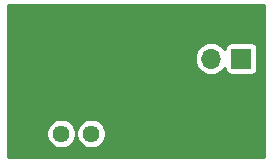
<source format=gbr>
G04 #@! TF.GenerationSoftware,KiCad,Pcbnew,(5.1.2)-1*
G04 #@! TF.CreationDate,2019-05-18T15:55:27-07:00*
G04 #@! TF.ProjectId,LM335ADT,4c4d3333-3541-4445-942e-6b696361645f,rev?*
G04 #@! TF.SameCoordinates,Original*
G04 #@! TF.FileFunction,Copper,L2,Bot*
G04 #@! TF.FilePolarity,Positive*
%FSLAX46Y46*%
G04 Gerber Fmt 4.6, Leading zero omitted, Abs format (unit mm)*
G04 Created by KiCad (PCBNEW (5.1.2)-1) date 2019-05-18 15:55:27*
%MOMM*%
%LPD*%
G04 APERTURE LIST*
%ADD10C,1.440000*%
%ADD11O,1.700000X1.700000*%
%ADD12R,1.700000X1.700000*%
%ADD13C,1.750000*%
%ADD14C,0.254000*%
G04 APERTURE END LIST*
D10*
X236220000Y-158750000D03*
X238760000Y-158750000D03*
X241300000Y-158750000D03*
D11*
X248920000Y-152400000D03*
X251460000Y-152400000D03*
D12*
X254000000Y-152400000D03*
D13*
X236220000Y-155194000D03*
X248920000Y-149860000D03*
D14*
G36*
X255956601Y-160706600D02*
G01*
X234263400Y-160706600D01*
X234263400Y-158626551D01*
X237506600Y-158626551D01*
X237506600Y-158873449D01*
X237554767Y-159115603D01*
X237649251Y-159343708D01*
X237786420Y-159548996D01*
X237961004Y-159723580D01*
X238166292Y-159860749D01*
X238394397Y-159955233D01*
X238636551Y-160003400D01*
X238883449Y-160003400D01*
X239125603Y-159955233D01*
X239353708Y-159860749D01*
X239558996Y-159723580D01*
X239733580Y-159548996D01*
X239870749Y-159343708D01*
X239965233Y-159115603D01*
X240013400Y-158873449D01*
X240013400Y-158626551D01*
X240046600Y-158626551D01*
X240046600Y-158873449D01*
X240094767Y-159115603D01*
X240189251Y-159343708D01*
X240326420Y-159548996D01*
X240501004Y-159723580D01*
X240706292Y-159860749D01*
X240934397Y-159955233D01*
X241176551Y-160003400D01*
X241423449Y-160003400D01*
X241665603Y-159955233D01*
X241893708Y-159860749D01*
X242098996Y-159723580D01*
X242273580Y-159548996D01*
X242410749Y-159343708D01*
X242505233Y-159115603D01*
X242553400Y-158873449D01*
X242553400Y-158626551D01*
X242505233Y-158384397D01*
X242410749Y-158156292D01*
X242273580Y-157951004D01*
X242098996Y-157776420D01*
X241893708Y-157639251D01*
X241665603Y-157544767D01*
X241423449Y-157496600D01*
X241176551Y-157496600D01*
X240934397Y-157544767D01*
X240706292Y-157639251D01*
X240501004Y-157776420D01*
X240326420Y-157951004D01*
X240189251Y-158156292D01*
X240094767Y-158384397D01*
X240046600Y-158626551D01*
X240013400Y-158626551D01*
X239965233Y-158384397D01*
X239870749Y-158156292D01*
X239733580Y-157951004D01*
X239558996Y-157776420D01*
X239353708Y-157639251D01*
X239125603Y-157544767D01*
X238883449Y-157496600D01*
X238636551Y-157496600D01*
X238394397Y-157544767D01*
X238166292Y-157639251D01*
X237961004Y-157776420D01*
X237786420Y-157951004D01*
X237649251Y-158156292D01*
X237554767Y-158384397D01*
X237506600Y-158626551D01*
X234263400Y-158626551D01*
X234263400Y-152400000D01*
X250069907Y-152400000D01*
X250096617Y-152671194D01*
X250175722Y-152931966D01*
X250304180Y-153172294D01*
X250477056Y-153382944D01*
X250687706Y-153555820D01*
X250928034Y-153684278D01*
X251188806Y-153763383D01*
X251392044Y-153783400D01*
X251527956Y-153783400D01*
X251731194Y-153763383D01*
X251991966Y-153684278D01*
X252232294Y-153555820D01*
X252442944Y-153382944D01*
X252614020Y-153174487D01*
X252614020Y-153250000D01*
X252624319Y-153354565D01*
X252654819Y-153455111D01*
X252704349Y-153547775D01*
X252771005Y-153628995D01*
X252852225Y-153695651D01*
X252944889Y-153745181D01*
X253045435Y-153775681D01*
X253150000Y-153785980D01*
X254850000Y-153785980D01*
X254954565Y-153775681D01*
X255055111Y-153745181D01*
X255147775Y-153695651D01*
X255228995Y-153628995D01*
X255295651Y-153547775D01*
X255345181Y-153455111D01*
X255375681Y-153354565D01*
X255385980Y-153250000D01*
X255385980Y-151550000D01*
X255375681Y-151445435D01*
X255345181Y-151344889D01*
X255295651Y-151252225D01*
X255228995Y-151171005D01*
X255147775Y-151104349D01*
X255055111Y-151054819D01*
X254954565Y-151024319D01*
X254850000Y-151014020D01*
X253150000Y-151014020D01*
X253045435Y-151024319D01*
X252944889Y-151054819D01*
X252852225Y-151104349D01*
X252771005Y-151171005D01*
X252704349Y-151252225D01*
X252654819Y-151344889D01*
X252624319Y-151445435D01*
X252614020Y-151550000D01*
X252614020Y-151625513D01*
X252442944Y-151417056D01*
X252232294Y-151244180D01*
X251991966Y-151115722D01*
X251731194Y-151036617D01*
X251527956Y-151016600D01*
X251392044Y-151016600D01*
X251188806Y-151036617D01*
X250928034Y-151115722D01*
X250687706Y-151244180D01*
X250477056Y-151417056D01*
X250304180Y-151627706D01*
X250175722Y-151868034D01*
X250096617Y-152128806D01*
X250069907Y-152400000D01*
X234263400Y-152400000D01*
X234263400Y-147903400D01*
X255956600Y-147903400D01*
X255956601Y-160706600D01*
X255956601Y-160706600D01*
G37*
X255956601Y-160706600D02*
X234263400Y-160706600D01*
X234263400Y-158626551D01*
X237506600Y-158626551D01*
X237506600Y-158873449D01*
X237554767Y-159115603D01*
X237649251Y-159343708D01*
X237786420Y-159548996D01*
X237961004Y-159723580D01*
X238166292Y-159860749D01*
X238394397Y-159955233D01*
X238636551Y-160003400D01*
X238883449Y-160003400D01*
X239125603Y-159955233D01*
X239353708Y-159860749D01*
X239558996Y-159723580D01*
X239733580Y-159548996D01*
X239870749Y-159343708D01*
X239965233Y-159115603D01*
X240013400Y-158873449D01*
X240013400Y-158626551D01*
X240046600Y-158626551D01*
X240046600Y-158873449D01*
X240094767Y-159115603D01*
X240189251Y-159343708D01*
X240326420Y-159548996D01*
X240501004Y-159723580D01*
X240706292Y-159860749D01*
X240934397Y-159955233D01*
X241176551Y-160003400D01*
X241423449Y-160003400D01*
X241665603Y-159955233D01*
X241893708Y-159860749D01*
X242098996Y-159723580D01*
X242273580Y-159548996D01*
X242410749Y-159343708D01*
X242505233Y-159115603D01*
X242553400Y-158873449D01*
X242553400Y-158626551D01*
X242505233Y-158384397D01*
X242410749Y-158156292D01*
X242273580Y-157951004D01*
X242098996Y-157776420D01*
X241893708Y-157639251D01*
X241665603Y-157544767D01*
X241423449Y-157496600D01*
X241176551Y-157496600D01*
X240934397Y-157544767D01*
X240706292Y-157639251D01*
X240501004Y-157776420D01*
X240326420Y-157951004D01*
X240189251Y-158156292D01*
X240094767Y-158384397D01*
X240046600Y-158626551D01*
X240013400Y-158626551D01*
X239965233Y-158384397D01*
X239870749Y-158156292D01*
X239733580Y-157951004D01*
X239558996Y-157776420D01*
X239353708Y-157639251D01*
X239125603Y-157544767D01*
X238883449Y-157496600D01*
X238636551Y-157496600D01*
X238394397Y-157544767D01*
X238166292Y-157639251D01*
X237961004Y-157776420D01*
X237786420Y-157951004D01*
X237649251Y-158156292D01*
X237554767Y-158384397D01*
X237506600Y-158626551D01*
X234263400Y-158626551D01*
X234263400Y-152400000D01*
X250069907Y-152400000D01*
X250096617Y-152671194D01*
X250175722Y-152931966D01*
X250304180Y-153172294D01*
X250477056Y-153382944D01*
X250687706Y-153555820D01*
X250928034Y-153684278D01*
X251188806Y-153763383D01*
X251392044Y-153783400D01*
X251527956Y-153783400D01*
X251731194Y-153763383D01*
X251991966Y-153684278D01*
X252232294Y-153555820D01*
X252442944Y-153382944D01*
X252614020Y-153174487D01*
X252614020Y-153250000D01*
X252624319Y-153354565D01*
X252654819Y-153455111D01*
X252704349Y-153547775D01*
X252771005Y-153628995D01*
X252852225Y-153695651D01*
X252944889Y-153745181D01*
X253045435Y-153775681D01*
X253150000Y-153785980D01*
X254850000Y-153785980D01*
X254954565Y-153775681D01*
X255055111Y-153745181D01*
X255147775Y-153695651D01*
X255228995Y-153628995D01*
X255295651Y-153547775D01*
X255345181Y-153455111D01*
X255375681Y-153354565D01*
X255385980Y-153250000D01*
X255385980Y-151550000D01*
X255375681Y-151445435D01*
X255345181Y-151344889D01*
X255295651Y-151252225D01*
X255228995Y-151171005D01*
X255147775Y-151104349D01*
X255055111Y-151054819D01*
X254954565Y-151024319D01*
X254850000Y-151014020D01*
X253150000Y-151014020D01*
X253045435Y-151024319D01*
X252944889Y-151054819D01*
X252852225Y-151104349D01*
X252771005Y-151171005D01*
X252704349Y-151252225D01*
X252654819Y-151344889D01*
X252624319Y-151445435D01*
X252614020Y-151550000D01*
X252614020Y-151625513D01*
X252442944Y-151417056D01*
X252232294Y-151244180D01*
X251991966Y-151115722D01*
X251731194Y-151036617D01*
X251527956Y-151016600D01*
X251392044Y-151016600D01*
X251188806Y-151036617D01*
X250928034Y-151115722D01*
X250687706Y-151244180D01*
X250477056Y-151417056D01*
X250304180Y-151627706D01*
X250175722Y-151868034D01*
X250096617Y-152128806D01*
X250069907Y-152400000D01*
X234263400Y-152400000D01*
X234263400Y-147903400D01*
X255956600Y-147903400D01*
X255956601Y-160706600D01*
M02*

</source>
